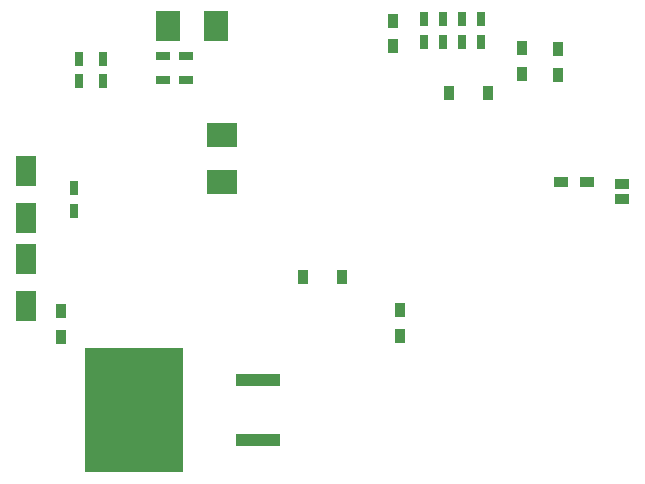
<source format=gbr>
%TF.GenerationSoftware,KiCad,Pcbnew,4.0.7-e2-6376~58~ubuntu16.04.1*%
%TF.CreationDate,2018-02-15T13:13:58+02:00*%
%TF.ProjectId,rover_commander,726F7665725F636F6D6D616E6465722E,rev?*%
%TF.FileFunction,Paste,Top*%
%FSLAX46Y46*%
G04 Gerber Fmt 4.6, Leading zero omitted, Abs format (unit mm)*
G04 Created by KiCad (PCBNEW 4.0.7-e2-6376~58~ubuntu16.04.1) date Thu Feb 15 13:13:58 2018*
%MOMM*%
%LPD*%
G01*
G04 APERTURE LIST*
%ADD10C,0.100000*%
%ADD11R,0.750000X1.200000*%
%ADD12R,1.200000X0.750000*%
%ADD13R,2.000000X2.500000*%
%ADD14R,2.500000X2.000000*%
%ADD15R,0.900000X1.200000*%
%ADD16R,3.750000X1.050000*%
%ADD17R,8.300000X10.500000*%
%ADD18R,1.800000X2.500000*%
%ADD19R,1.270000X0.970000*%
%ADD20R,1.200000X0.900000*%
G04 APERTURE END LIST*
D10*
D11*
X121000000Y-87450000D03*
X121000000Y-85550000D03*
D12*
X126116000Y-85344000D03*
X128016000Y-85344000D03*
D11*
X153000000Y-84100000D03*
X153000000Y-82200000D03*
X151400000Y-84100000D03*
X151400000Y-82200000D03*
X149800000Y-84100000D03*
X149800000Y-82200000D03*
X148200000Y-84100000D03*
X148200000Y-82200000D03*
X119000000Y-87450000D03*
X119000000Y-85550000D03*
D12*
X126116000Y-87376000D03*
X128016000Y-87376000D03*
D11*
X118550000Y-96500000D03*
X118550000Y-98400000D03*
D13*
X126556000Y-82804000D03*
X130556000Y-82804000D03*
D14*
X131064000Y-91980000D03*
X131064000Y-95980000D03*
D15*
X145600000Y-84500000D03*
X145600000Y-82300000D03*
X117500000Y-109100000D03*
X117500000Y-106900000D03*
X146200000Y-106800000D03*
X146200000Y-109000000D03*
X156464000Y-84668000D03*
X156464000Y-86868000D03*
X159512000Y-84752000D03*
X159512000Y-86952000D03*
D16*
X134112000Y-117856000D03*
X134112000Y-112776000D03*
D17*
X123612000Y-115316000D03*
D18*
X114500000Y-95000000D03*
X114500000Y-99000000D03*
X114500000Y-106500000D03*
X114500000Y-102500000D03*
D15*
X141250000Y-104000000D03*
X137950000Y-104000000D03*
X153650000Y-88400000D03*
X150350000Y-88400000D03*
D19*
X165000000Y-97440000D03*
X165000000Y-96160000D03*
D20*
X159800000Y-96000000D03*
X162000000Y-96000000D03*
M02*

</source>
